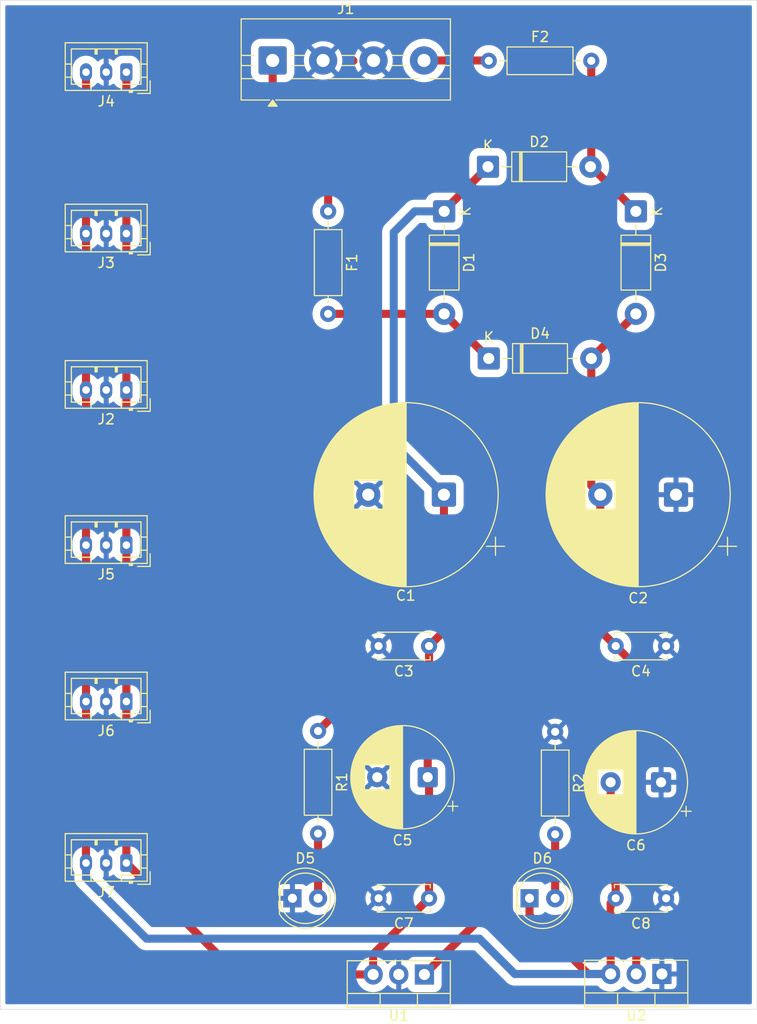
<source format=kicad_pcb>
(kicad_pcb (version 20241229) (generator "pcbnew") (generator_version "9.0")
  (layers (0 "F.Cu" signal) (2 "B.Cu" signal) (13 "F.Paste" user) (15 "B.Paste" user) (5 "F.SilkS" user "F.Silkscreen") (7 "B.SilkS" user "B.Silkscreen") (1 "F.Mask" user) (3 "B.Mask" user) (25 "Edge.Cuts" user))
  (net 0 "")
  (net 1 "GND")
  (net 2 "Net-(D1-K)")
  (net 3 "Net-(D3-A)")
  (net 4 "VDD")
  (net 5 "VEE")
  (net 6 "Net-(D1-A)")
  (net 7 "Net-(D2-A)")
  (net 8 "Net-(D5-A)")
  (net 9 "Net-(D6-A)")
  (net 10 "Net-(J1-Pin_1)")
  (net 11 "Net-(J1-Pin_4)")
  (footprint "LED_THT:LED_D5.0mm" (layer "F.Cu") (at 203.96 139)
    (property "Reference" "D5" (at 1.27 -3.96 0) (layer "F.SilkS"))
    (property "Value" "LED")
    (pad "1" thru_hole rect (at 0 0) (size 1.8 1.8) (drill 0.9) (layers "*.Cu" "*.Mask") (net 1 "GND"))
    (pad "2" thru_hole circle (at 2.54 0) (size 1.8 1.8) (drill 0.9) (layers "*.Cu" "*.Mask") (net 8 "Net-(D5-A)"))
  )
  (footprint "Diode_THT:D_DO-41_SOD81_P10.16mm_Horizontal" (layer "F.Cu") (at 223.42 85.5)
    (property "Reference" "D4" (at 5.08 -2.47 0) (layer "F.SilkS"))
    (property "Value" "1N4007")
    (fp_text user "K" (at 0 -2.1 0) (layer "F.SilkS"))
    (pad "1" thru_hole roundrect (at 0 0) (size 2.2 2.2) (drill 1.1) (layers "*.Cu" "*.Mask") (roundrect_rratio 0.113636) (net 6 "Net-(D1-A)"))
    (pad "2" thru_hole circle (at 10.16 0) (size 2.2 2.2) (drill 1.1) (layers "*.Cu" "*.Mask") (net 3 "Net-(D3-A)"))
  )
  (footprint "Capacitor_THT:C_Disc_D5.0mm_W2.5mm_P5.00mm" (layer "F.Cu") (at 241 139 180)
    (property "Reference" "C8" (at 2.5 -2.5 0) (layer "F.SilkS"))
    (property "Value" "0.1uF")
    (pad "1" thru_hole circle (at 0 0 180) (size 1.6 1.6) (drill 0.8) (layers "*.Cu" "*.Mask") (net 1 "GND"))
    (pad "2" thru_hole circle (at 5 0 180) (size 1.6 1.6) (drill 0.8) (layers "*.Cu" "*.Mask") (net 5 "VEE"))
  )
  (footprint "Package_TO_SOT_THT:TO-220-3_Vertical" (layer "F.Cu") (at 240.58 146.5 180)
    (property "Reference" "U2" (at 2.54 -4.1 0) (layer "F.SilkS"))
    (property "Value" "L7915")
    (pad "1" thru_hole rect (at 0 0 180) (size 1.905 2) (drill 1.1) (layers "*.Cu" "*.Mask") (net 1 "GND"))
    (pad "2" thru_hole oval (at 2.54 0 180) (size 1.905 2) (drill 1.1) (layers "*.Cu" "*.Mask") (net 3 "Net-(D3-A)"))
    (pad "3" thru_hole oval (at 5.08 0 180) (size 1.905 2) (drill 1.1) (layers "*.Cu" "*.Mask") (net 5 "VEE"))
  )
  (footprint "Connector_JST:JST_PH_B3B-PH-K_1x03_P2.00mm_Vertical" (layer "F.Cu") (at 187.5 57.125 180)
    (property "Reference" "J4" (at 2 -2.9 0) (layer "F.SilkS"))
    (property "Value" "Conn_01x03")
    (pad "1" thru_hole roundrect (at 0 0 180) (size 1.2 1.75) (drill 0.75) (layers "*.Cu" "*.Mask") (roundrect_rratio 0.208333) (net 4 "VDD"))
    (pad "2" thru_hole oval (at 2 0 180) (size 1.2 1.75) (drill 0.75) (layers "*.Cu" "*.Mask") (net 1 "GND"))
    (pad "3" thru_hole oval (at 4 0 180) (size 1.2 1.75) (drill 0.75) (layers "*.Cu" "*.Mask") (net 5 "VEE"))
  )
  (footprint "Resistor_THT:R_Axial_DIN0207_L6.3mm_D2.5mm_P10.16mm_Horizontal" (layer "F.Cu") (at 230 122.5 -90)
    (property "Reference" "R2" (at 5.08 -2.37 90) (layer "F.SilkS"))
    (property "Value" "R")
    (pad "1" thru_hole circle (at 0 0 270) (size 1.6 1.6) (drill 0.8) (layers "*.Cu" "*.Mask") (net 1 "GND"))
    (pad "2" thru_hole circle (at 10.16 0 270) (size 1.6 1.6) (drill 0.8) (layers "*.Cu" "*.Mask") (net 9 "Net-(D6-A)"))
  )
  (footprint "Diode_THT:D_DO-41_SOD81_P10.16mm_Horizontal" (layer "F.Cu") (at 219 70.92 -90)
    (property "Reference" "D1" (at 5.08 -2.47 90) (layer "F.SilkS"))
    (property "Value" "1N4007")
    (fp_text user "K" (at 0 -2.1 90) (layer "F.SilkS"))
    (pad "1" thru_hole roundrect (at 0 0 270) (size 2.2 2.2) (drill 1.1) (layers "*.Cu" "*.Mask") (roundrect_rratio 0.113636) (net 2 "Net-(D1-K)"))
    (pad "2" thru_hole circle (at 10.16 0 270) (size 2.2 2.2) (drill 1.1) (layers "*.Cu" "*.Mask") (net 6 "Net-(D1-A)"))
  )
  (footprint "Connector_JST:JST_PH_B3B-PH-K_1x03_P2.00mm_Vertical" (layer "F.Cu") (at 187.5 104 180)
    (property "Reference" "J5" (at 2 -2.9 0) (layer "F.SilkS"))
    (property "Value" "Conn_01x03")
    (pad "1" thru_hole roundrect (at 0 0 180) (size 1.2 1.75) (drill 0.75) (layers "*.Cu" "*.Mask") (roundrect_rratio 0.208333) (net 4 "VDD"))
    (pad "2" thru_hole oval (at 2 0 180) (size 1.2 1.75) (drill 0.75) (layers "*.Cu" "*.Mask") (net 1 "GND"))
    (pad "3" thru_hole oval (at 4 0 180) (size 1.2 1.75) (drill 0.75) (layers "*.Cu" "*.Mask") (net 5 "VEE"))
  )
  (footprint "LED_THT:LED_D5.0mm" (layer "F.Cu") (at 227.46 139)
    (property "Reference" "D6" (at 1.27 -3.96 0) (layer "F.SilkS"))
    (property "Value" "LED")
    (pad "1" thru_hole rect (at 0 0) (size 1.8 1.8) (drill 0.9) (layers "*.Cu" "*.Mask") (net 5 "VEE"))
    (pad "2" thru_hole circle (at 2.54 0) (size 1.8 1.8) (drill 0.9) (layers "*.Cu" "*.Mask") (net 9 "Net-(D6-A)"))
  )
  (footprint "TerminalBlock:TerminalBlock_MaiXu_MX126-5.0-04P_1x04_P5.00mm" (layer "F.Cu") (at 202 55.9675)
    (property "Reference" "J1" (at 7.25 -5.12 0) (layer "F.SilkS"))
    (property "Value" "Screw_Terminal_01x04")
    (pad "1" thru_hole roundrect (at 0 0) (size 2.8 2.8) (drill 1.3) (layers "*.Cu" "*.Mask") (roundrect_rratio 0.089286) (net 10 "Net-(J1-Pin_1)"))
    (pad "2" thru_hole circle (at 5 0) (size 2.8 2.8) (drill 1.3) (layers "*.Cu" "*.Mask") (net 1 "GND"))
    (pad "3" thru_hole circle (at 10 0) (size 2.8 2.8) (drill 1.3) (layers "*.Cu" "*.Mask") (net 1 "GND"))
    (pad "4" thru_hole circle (at 15 0) (size 2.8 2.8) (drill 1.3) (layers "*.Cu" "*.Mask") (net 11 "Net-(J1-Pin_4)"))
  )
  (footprint "Resistor_THT:R_Axial_DIN0207_L6.3mm_D2.5mm_P10.16mm_Horizontal" (layer "F.Cu") (at 206.5 122.42 -90)
    (property "Reference" "R1" (at 5.08 -2.37 90) (layer "F.SilkS"))
    (property "Value" "R")
    (pad "1" thru_hole circle (at 0 0 270) (size 1.6 1.6) (drill 0.8) (layers "*.Cu" "*.Mask") (net 4 "VDD"))
    (pad "2" thru_hole circle (at 10.16 0 270) (size 1.6 1.6) (drill 0.8) (layers "*.Cu" "*.Mask") (net 8 "Net-(D5-A)"))
  )
  (footprint "Connector_JST:JST_PH_B3B-PH-K_1x03_P2.00mm_Vertical" (layer "F.Cu") (at 187.5 88.625 180)
    (property "Reference" "J2" (at 2 -2.9 0) (layer "F.SilkS"))
    (property "Value" "Conn_01x03")
    (pad "1" thru_hole roundrect (at 0 0 180) (size 1.2 1.75) (drill 0.75) (layers "*.Cu" "*.Mask") (roundrect_rratio 0.208333) (net 4 "VDD"))
    (pad "2" thru_hole oval (at 2 0 180) (size 1.2 1.75) (drill 0.75) (layers "*.Cu" "*.Mask") (net 1 "GND"))
    (pad "3" thru_hole oval (at 4 0 180) (size 1.2 1.75) (drill 0.75) (layers "*.Cu" "*.Mask") (net 5 "VEE"))
  )
  (footprint "Resistor_THT:R_Axial_DIN0207_L6.3mm_D2.5mm_P10.16mm_Horizontal" (layer "F.Cu") (at 207.5 70.92 -90)
    (property "Reference" "F1" (at 5.08 -2.37 90) (layer "F.SilkS"))
    (property "Value" "Fuse")
    (pad "1" thru_hole circle (at 0 0 270) (size 1.6 1.6) (drill 0.8) (layers "*.Cu" "*.Mask") (net 10 "Net-(J1-Pin_1)"))
    (pad "2" thru_hole circle (at 10.16 0 270) (size 1.6 1.6) (drill 0.8) (layers "*.Cu" "*.Mask") (net 6 "Net-(D1-A)"))
  )
  (footprint "Capacitor_THT:CP_Radial_D10.0mm_P5.00mm" (layer "F.Cu") (at 240.5 127.5 180)
    (property "Reference" "C6" (at 2.5 -6.25 0) (layer "F.SilkS"))
    (property "Value" "100uF 35V")
    (pad "1" thru_hole roundrect (at 0 0 180) (size 2 2) (drill 1) (layers "*.Cu" "*.Mask") (roundrect_rratio 0.125) (net 1 "GND"))
    (pad "2" thru_hole circle (at 5 0 180) (size 2 2) (drill 1) (layers "*.Cu" "*.Mask") (net 5 "VEE"))
  )
  (footprint "Connector_JST:JST_PH_B3B-PH-K_1x03_P2.00mm_Vertical" (layer "F.Cu") (at 187.5 135.5 180)
    (property "Reference" "J7" (at 2 -2.9 0) (layer "F.SilkS"))
    (property "Value" "Conn_01x03")
    (pad "1" thru_hole roundrect (at 0 0 180) (size 1.2 1.75) (drill 0.75) (layers "*.Cu" "*.Mask") (roundrect_rratio 0.208333) (net 4 "VDD"))
    (pad "2" thru_hole oval (at 2 0 180) (size 1.2 1.75) (drill 0.75) (layers "*.Cu" "*.Mask") (net 1 "GND"))
    (pad "3" thru_hole oval (at 4 0 180) (size 1.2 1.75) (drill 0.75) (layers "*.Cu" "*.Mask") (net 5 "VEE"))
  )
  (footprint "Capacitor_THT:CP_Radial_D10.0mm_P5.00mm" (layer "F.Cu") (at 217.367677 127 180)
    (property "Reference" "C5" (at 2.5 -6.25 0) (layer "F.SilkS"))
    (property "Value" "100uF 35V")
    (pad "1" thru_hole roundrect (at 0 0 180) (size 2 2) (drill 1) (layers "*.Cu" "*.Mask") (roundrect_rratio 0.125) (net 4 "VDD"))
    (pad "2" thru_hole circle (at 5 0 180) (size 2 2) (drill 1) (layers "*.Cu" "*.Mask") (net 1 "GND"))
  )
  (footprint "Package_TO_SOT_THT:TO-220-3_Vertical" (layer "F.Cu") (at 217.04 146.55 180)
    (property "Reference" "U1" (at 2.54 -4.1 0) (layer "F.SilkS"))
    (property "Value" "L7815")
    (pad "1" thru_hole rect (at 0 0 180) (size 1.905 2) (drill 1.1) (layers "*.Cu" "*.Mask") (net 2 "Net-(D1-K)"))
    (pad "2" thru_hole oval (at 2.54 0 180) (size 1.905 2) (drill 1.1) (layers "*.Cu" "*.Mask") (net 1 "GND"))
    (pad "3" thru_hole oval (at 5.08 0 180) (size 1.905 2) (drill 1.1) (layers "*.Cu" "*.Mask") (net 4 "VDD"))
  )
  (footprint "Resistor_THT:R_Axial_DIN0207_L6.3mm_D2.5mm_P10.16mm_Horizontal" (layer "F.Cu") (at 223.42 56)
    (property "Reference" "F2" (at 5.08 -2.37 0) (layer "F.SilkS"))
    (property "Value" "Fuse")
    (pad "1" thru_hole circle (at 0 0) (size 1.6 1.6) (drill 0.8) (layers "*.Cu" "*.Mask") (net 11 "Net-(J1-Pin_4)"))
    (pad "2" thru_hole circle (at 10.16 0) (size 1.6 1.6) (drill 0.8) (layers "*.Cu" "*.Mask") (net 7 "Net-(D2-A)"))
  )
  (footprint "Capacitor_THT:CP_Radial_D18.0mm_P7.50mm" (layer "F.Cu") (at 218.97778 99 180)
    (property "Reference" "C1" (at 3.79 -10 0) (layer "F.SilkS"))
    (property "Value" "2200uF 35V")
    (pad "1" thru_hole roundrect (at 0 0 180) (size 2.4 2.4) (drill 1.2) (layers "*.Cu" "*.Mask") (roundrect_rratio 0.104167) (net 2 "Net-(D1-K)"))
    (pad "2" thru_hole circle (at 7.5 0 180) (size 2.4 2.4) (drill 1.2) (layers "*.Cu" "*.Mask") (net 1 "GND"))
  )
  (footprint "Diode_THT:D_DO-41_SOD81_P10.16mm_Horizontal" (layer "F.Cu") (at 238 70.92 -90)
    (property "Reference" "D3" (at 5.08 -2.47 90) (layer "F.SilkS"))
    (property "Value" "1N4007")
    (fp_text user "K" (at 0 -2.1 90) (layer "F.SilkS"))
    (pad "1" thru_hole roundrect (at 0 0 270) (size 2.2 2.2) (drill 1.1) (layers "*.Cu" "*.Mask") (roundrect_rratio 0.113636) (net 7 "Net-(D2-A)"))
    (pad "2" thru_hole circle (at 10.16 0 270) (size 2.2 2.2) (drill 1.1) (layers "*.Cu" "*.Mask") (net 3 "Net-(D3-A)"))
  )
  (footprint "Connector_JST:JST_PH_B3B-PH-K_1x03_P2.00mm_Vertical" (layer "F.Cu") (at 187.5 73.125 180)
    (property "Reference" "J3" (at 2 -2.9 0) (layer "F.SilkS"))
    (property "Value" "Conn_01x03")
    (pad "1" thru_hole roundrect (at 0 0 180) (size 1.2 1.75) (drill 0.75) (layers "*.Cu" "*.Mask") (roundrect_rratio 0.208333) (net 4 "VDD"))
    (pad "2" thru_hole oval (at 2 0 180) (size 1.2 1.75) (drill 0.75) (layers "*.Cu" "*.Mask") (net 1 "GND"))
    (pad "3" thru_hole oval (at 4 0 180) (size 1.2 1.75) (drill 0.75) (layers "*.Cu" "*.Mask") (net 5 "VEE"))
  )
  (footprint "Connector_JST:JST_PH_B3B-PH-K_1x03_P2.00mm_Vertical" (layer "F.Cu") (at 187.5 119.5 180)
    (property "Reference" "J6" (at 2 -2.9 0) (layer "F.SilkS"))
    (property "Value" "Conn_01x03")
    (pad "1" thru_hole roundrect (at 0 0 180) (size 1.2 1.75) (drill 0.75) (layers "*.Cu" "*.Mask") (roundrect_rratio 0.208333) (net 4 "VDD"))
    (pad "2" thru_hole oval (at 2 0 180) (size 1.2 1.75) (drill 0.75) (layers "*.Cu" "*.Mask") (net 1 "GND"))
    (pad "3" thru_hole oval (at 4 0 180) (size 1.2 1.75) (drill 0.75) (layers "*.Cu" "*.Mask") (net 5 "VEE"))
  )
  (footprint "Capacitor_THT:CP_Radial_D18.0mm_P7.50mm" (layer "F.Cu") (at 241.97778 99 180)
    (property "Reference" "C2" (at 3.75 -10.25 0) (layer "F.SilkS"))
    (property "Value" "2200uF 35V")
    (pad "1" thru_hole roundrect (at 0 0 180) (size 2.4 2.4) (drill 1.2) (layers "*.Cu" "*.Mask") (roundrect_rratio 0.104167) (net 1 "GND"))
    (pad "2" thru_hole circle (at 7.5 0 180) (size 2.4 2.4) (drill 1.2) (layers "*.Cu" "*.Mask") (net 3 "Net-(D3-A)"))
  )
  (footprint "Diode_THT:D_DO-41_SOD81_P10.16mm_Horizontal" (layer "F.Cu") (at 223.34 66.5)
    (property "Reference" "D2" (at 5.08 -2.47 0) (layer "F.SilkS"))
    (property "Value" "1N4007")
    (fp_text user "K" (at 0 -2.1 0) (layer "F.SilkS"))
    (pad "1" thru_hole roundrect (at 0 0) (size 2.2 2.2) (drill 1.1) (layers "*.Cu" "*.Mask") (roundrect_rratio 0.113636) (net 2 "Net-(D1-K)"))
    (pad "2" thru_hole circle (at 10.16 0) (size 2.2 2.2) (drill 1.1) (layers "*.Cu" "*.Mask") (net 7 "Net-(D2-A)"))
  )
  (footprint "Capacitor_THT:C_Disc_D5.0mm_W2.5mm_P5.00mm" (layer "F.Cu") (at 241 114 180)
    (property "Reference" "C4" (at 2.5 -2.5 0) (layer "F.SilkS"))
    (property "Value" "0.22uF")
    (pad "1" thru_hole circle (at 0 0 180) (size 1.6 1.6) (drill 0.8) (layers "*.Cu" "*.Mask") (net 1 "GND"))
    (pad "2" thru_hole circle (at 5 0 180) (size 1.6 1.6) (drill 0.8) (layers "*.Cu" "*.Mask") (net 3 "Net-(D3-A)"))
  )
  (footprint "Capacitor_THT:C_Disc_D5.0mm_W2.5mm_P5.00mm" (layer "F.Cu") (at 217.5 139 180)
    (property "Reference" "C7" (at 2.5 -2.5 0) (layer "F.SilkS"))
    (property "Value" "0.1uF")
    (pad "1" thru_hole circle (at 0 0 180) (size 1.6 1.6) (drill 0.8) (layers "*.Cu" "*.Mask") (net 4 "VDD"))
    (pad "2" thru_hole circle (at 5 0 180) (size 1.6 1.6) (drill 0.8) (layers "*.Cu" "*.Mask") (net 1 "GND"))
  )
  (footprint "Capacitor_THT:C_Disc_D5.0mm_W2.5mm_P5.00mm" (layer "F.Cu") (at 217.5 114 180)
    (property "Reference" "C3" (at 2.5 -2.5 0) (layer "F.SilkS"))
    (property "Value" "0.22uF")
    (pad "1" thru_hole circle (at 0 0 180) (size 1.6 1.6) (drill 0.8) (layers "*.Cu" "*.Mask") (net 2 "Net-(D1-K)"))
    (pad "2" thru_hole circle (at 5 0 180) (size 1.6 1.6) (drill 0.8) (layers "*.Cu" "*.Mask") (net 1 "GND"))
  )
  (gr_rect (start 175 50) (end 250 150) (stroke (width 0.05)) (fill no) (layer "Edge.Cuts"))
  (segment (start 222.5 141.09) (end 217.04 146.55) (width 0.8) (layer "F.Cu") (net 2))
  (segment (start 219 70.84) (end 223.34 66.5) (width 0.8) (layer "F.Cu") (net 2))
  (segment (start 222.5 121.5) (end 222.5 141.09) (width 0.8) (layer "F.Cu") (net 2))
  (segment (start 218.97778 99) (end 218.97778 112.52222) (width 0.8) (layer "F.Cu") (net 2))
  (segment (start 218.97778 112.52222) (end 217.5 114) (width 0.8) (layer "F.Cu") (net 2))
  (segment (start 217.5 114) (end 217.5 116.5) (width 0.8) (layer "F.Cu") (net 2))
  (segment (start 217.5 116.5) (end 222.5 121.5) (width 0.8) (layer "F.Cu") (net 2))
  (segment (start 219 70.92) (end 219 70.84) (width 0.8) (layer "F.Cu") (net 2))
  (segment (start 219 70.92) (end 216.08 70.92) (width 0.8) (layer "B.Cu") (net 2))
  (segment (start 214 94.02222) (end 218.97778 99) (width 0.8) (layer "B.Cu") (net 2))
  (segment (start 214 94.02222) (end 214 73) (width 0.8) (layer "B.Cu") (net 2))
  (segment (start 216.08 70.92) (end 214 73) (width 0.8) (layer "B.Cu") (net 2))
  (segment (start 233.58 98.10222) (end 234.47778 99) (width 0.8) (layer "F.Cu") (net 3))
  (segment (start 238 81.08) (end 233.58 85.5) (width 0.8) (layer "F.Cu") (net 3))
  (segment (start 238.04 146.5) (end 238.04 144.7855) (width 0.8) (layer "F.Cu") (net 3))
  (segment (start 238.04 144.7855) (end 240.3255 142.5) (width 0.8) (layer "F.Cu") (net 3))
  (segment (start 245.5 123.5) (end 236 114) (width 0.8) (layer "F.Cu") (net 3))
  (segment (start 242.5 142.5) (end 245.5 139.5) (width 0.8) (layer "F.Cu") (net 3))
  (segment (start 240.3255 142.5) (end 242.5 142.5) (width 0.8) (layer "F.Cu") (net 3))
  (segment (start 233.58 85.5) (end 233.58 98.10222) (width 0.8) (layer "F.Cu") (net 3))
  (segment (start 234.47778 112.47778) (end 236 114) (width 0.8) (layer "F.Cu") (net 3))
  (segment (start 234.47778 99) (end 234.47778 112.47778) (width 0.8) (layer "F.Cu") (net 3))
  (segment (start 245.5 139.5) (end 245.5 123.5) (width 0.8) (layer "F.Cu") (net 3))
  (segment (start 187.5 88.625) (end 187.5 104) (width 0.8) (layer "F.Cu") (net 4))
  (segment (start 198.55 146.55) (end 187.5 135.5) (width 0.8) (layer "F.Cu") (net 4))
  (segment (start 208.92 120) (end 206.5 122.42) (width 0.8) (layer "F.Cu") (net 4))
  (segment (start 187.5 88.625) (end 187.5 73.125) (width 0.8) (layer "F.Cu") (net 4))
  (segment (start 187.5 73.125) (end 187.5 57.125) (width 0.8) (layer "F.Cu") (net 4))
  (segment (start 217.367677 124.867677) (end 212.5 120) (width 0.8) (layer "F.Cu") (net 4))
  (segment (start 187.5 135.5) (end 187.5 119.5) (width 0.8) (layer "F.Cu") (net 4))
  (segment (start 211.96 146.55) (end 198.55 146.55) (width 0.8) (layer "F.Cu") (net 4))
  (segment (start 211.96 146.55) (end 211.96 144.54) (width 0.8) (layer "F.Cu") (net 4))
  (segment (start 187.5 119.5) (end 187.5 104) (width 0.8) (layer "F.Cu") (net 4))
  (segment (start 212.5 120) (end 208.92 120) (width 0.8) (layer "F.Cu") (net 4))
  (segment (start 217.5 127.132323) (end 217.367677 127) (width 0.8) (layer "F.Cu") (net 4))
  (segment (start 217.5 139) (end 217.5 127.132323) (width 0.8) (layer "F.Cu") (net 4))
  (segment (start 211.96 144.54) (end 217.5 139) (width 0.8) (layer "F.Cu") (net 4))
  (segment (start 217.367677 127) (end 217.367677 124.867677) (width 0.8) (layer "F.Cu") (net 4))
  (segment (start 235.5 139.5) (end 236 139) (width 0.8) (layer "F.Cu") (net 5))
  (segment (start 235.5 137) (end 235.5 127.5) (width 0.8) (layer "F.Cu") (net 5))
  (segment (start 227.46 139) (end 227.46 140.7) (width 0.8) (layer "F.Cu") (net 5))
  (segment (start 183.5 88.625) (end 183.5 104) (width 0.8) (layer "F.Cu") (net 5))
  (segment (start 183.5 119.5) (end 183.5 135.5) (width 0.8) (layer "F.Cu") (net 5))
  (segment (start 233.26 146.5) (end 235.5 146.5) (width 0.8) (layer "F.Cu") (net 5))
  (segment (start 183.5 73.125) (end 183.5 57.125) (width 0.8) (layer "F.Cu") (net 5))
  (segment (start 235.5 146.5) (end 235.5 139.5) (width 0.8) (layer "F.Cu") (net 5))
  (segment (start 236 137.5) (end 235.5 137) (width 0.8) (layer "F.Cu") (net 5))
  (segment (start 227.46 140.7) (end 233.26 146.5) (width 0.8) (layer "F.Cu") (net 5))
  (segment (start 183.5 88.625) (end 183.5 73.125) (width 0.8) (layer "F.Cu") (net 5))
  (segment (start 183.5 104) (end 183.5 119.5) (width 0.8) (layer "F.Cu") (net 5))
  (segment (start 236 139) (end 236 137.5) (width 0.8) (layer "F.Cu") (net 5))
  (segment (start 189.5 143) (end 183.5 137) (width 0.8) (layer "B.Cu") (net 5))
  (segment (start 222.5 143) (end 189.5 143) (width 0.8) (layer "B.Cu") (net 5))
  (segment (start 235.5 146.5) (end 226 146.5) (width 0.8) (layer "B.Cu") (net 5))
  (segment (start 183.5 137) (end 183.5 135.5) (width 0.8) (layer "B.Cu") (net 5))
  (segment (start 226 146.5) (end 222.5 143) (width 0.8) (layer "B.Cu") (net 5))
  (segment (start 223.42 85.5) (end 219 81.08) (width 0.8) (layer "F.Cu") (net 6))
  (segment (start 207.5 81.08) (end 219 81.08) (width 0.8) (layer "F.Cu") (net 6))
  (segment (start 233.5 66.5) (end 233.58 66.5) (width 0.8) (layer "F.Cu") (net 7))
  (segment (start 233.58 66.5) (end 238 70.92) (width 0.8) (layer "F.Cu") (net 7))
  (segment (start 233.58 66.42) (end 233.5 66.5) (width 0.8) (layer "F.Cu") (net 7))
  (segment (start 233.58 56) (end 233.58 66.42) (width 0.8) (layer "F.Cu") (net 7))
  (segment (start 206.5 132.58) (end 206.5 139) (width 0.8) (layer "F.Cu") (net 8))
  (segment (start 230 139) (end 230 132.66) (width 0.8) (layer "F.Cu") (net 9))
  (segment (start 207.5 70.92) (end 207.5 68) (width 0.8) (layer "F.Cu") (net 10))
  (segment (start 202 62.5) (end 202 55.9675) (width 0.8) (layer "F.Cu") (net 10))
  (segment (start 207.5 68) (end 202 62.5) (width 0.8) (layer "F.Cu") (net 10))
  (segment (start 209.9675 55.9675) (end 210 56) (width 0.8) (layer "F.Cu") (net 11))
  (segment (start 209.75 55.9675) (end 209.9675 55.9675) (width 0.8) (layer "F.Cu") (net 11))
  (segment (start 217 55.9675) (end 223.3875 55.9675) (width 0.8) (layer "F.Cu") (net 11))
  (segment (start 223.3875 55.9675) (end 223.42 56) (width 0.8) (layer "F.Cu") (net 11))
  (zone (net 1) (net_name "GND") (layer "B.Cu") (connect_pads (clearance 0.5)) (min_thickness 0.25) (fill yes (thermal_gap 0.5) (thermal_bridge_width 0.5))
    (polygon (pts (xy 175 50) (xy 250 50) (xy 250 150) (xy 175 150)))
  )
)
</source>
